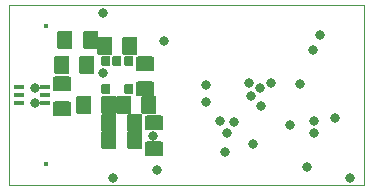
<source format=gbr>
G04 PROTEUS GERBER X2 FILE*
%TF.GenerationSoftware,Labcenter,Proteus,8.5-SP0-Build22067*%
%TF.CreationDate,2018-05-10T14:10:55+00:00*%
%TF.FileFunction,Soldermask,Bot*%
%TF.FilePolarity,Negative*%
%TF.Part,Single*%
%FSLAX45Y45*%
%MOMM*%
G01*
%TA.AperFunction,Material*%
%ADD32C,0.812800*%
%AMPPAD028*
4,1,48,
-0.190500,-0.038100,
-0.190500,0.038100,
-0.189730,0.053940,
-0.187470,0.069260,
-0.183780,0.084000,
-0.178740,0.098080,
-0.164880,0.123990,
-0.146440,0.146440,
-0.123990,0.164880,
-0.098080,0.178740,
-0.069260,0.187470,
-0.053940,0.189730,
-0.038100,0.190500,
0.038100,0.190500,
0.053940,0.189730,
0.069260,0.187470,
0.098080,0.178740,
0.123990,0.164880,
0.146440,0.146440,
0.164880,0.123990,
0.178740,0.098080,
0.183780,0.084000,
0.187470,0.069260,
0.189730,0.053940,
0.190500,0.038100,
0.190500,-0.038100,
0.189730,-0.053940,
0.187470,-0.069260,
0.183780,-0.084000,
0.178740,-0.098080,
0.164880,-0.123990,
0.146440,-0.146440,
0.123990,-0.164880,
0.098080,-0.178740,
0.069260,-0.187470,
0.053940,-0.189730,
0.038100,-0.190500,
-0.038100,-0.190500,
-0.053940,-0.189730,
-0.069260,-0.187470,
-0.098080,-0.178740,
-0.123990,-0.164880,
-0.146440,-0.146440,
-0.164880,-0.123990,
-0.178740,-0.098080,
-0.183780,-0.084000,
-0.187470,-0.069260,
-0.189730,-0.053940,
-0.190500,-0.038100,
0*%
%ADD34PPAD028*%
%AMPPAD045*
4,1,36,
-0.254000,-0.444500,
0.254000,-0.444500,
0.279970,-0.441970,
0.303980,-0.434700,
0.325580,-0.423150,
0.344290,-0.407790,
0.359650,-0.389070,
0.371200,-0.367480,
0.378470,-0.343470,
0.381000,-0.317500,
0.381000,0.317500,
0.378470,0.343470,
0.371200,0.367480,
0.359650,0.389070,
0.344290,0.407790,
0.325580,0.423150,
0.303980,0.434700,
0.279970,0.441970,
0.254000,0.444500,
-0.254000,0.444500,
-0.279970,0.441970,
-0.303980,0.434700,
-0.325580,0.423150,
-0.344290,0.407790,
-0.359650,0.389070,
-0.371200,0.367480,
-0.378470,0.343470,
-0.381000,0.317500,
-0.381000,-0.317500,
-0.378470,-0.343470,
-0.371200,-0.367480,
-0.359650,-0.389070,
-0.344290,-0.407790,
-0.325580,-0.423150,
-0.303980,-0.434700,
-0.279970,-0.441970,
-0.254000,-0.444500,
0*%
%ADD51PPAD045*%
%AMPPAD046*
4,1,36,
-0.508000,-0.762000,
0.508000,-0.762000,
0.533970,-0.759470,
0.557980,-0.752200,
0.579580,-0.740650,
0.598290,-0.725290,
0.613650,-0.706570,
0.625200,-0.684980,
0.632470,-0.660970,
0.635000,-0.635000,
0.635000,0.635000,
0.632470,0.660970,
0.625200,0.684980,
0.613650,0.706570,
0.598290,0.725290,
0.579580,0.740650,
0.557980,0.752200,
0.533970,0.759470,
0.508000,0.762000,
-0.508000,0.762000,
-0.533970,0.759470,
-0.557980,0.752200,
-0.579580,0.740650,
-0.598290,0.725290,
-0.613650,0.706570,
-0.625200,0.684980,
-0.632470,0.660970,
-0.635000,0.635000,
-0.635000,-0.635000,
-0.632470,-0.660970,
-0.625200,-0.684980,
-0.613650,-0.706570,
-0.598290,-0.725290,
-0.579580,-0.740650,
-0.557980,-0.752200,
-0.533970,-0.759470,
-0.508000,-0.762000,
0*%
%ADD52PPAD046*%
%AMPPAD047*
4,1,36,
-0.762000,0.508000,
-0.762000,-0.508000,
-0.759470,-0.533970,
-0.752200,-0.557980,
-0.740650,-0.579580,
-0.725290,-0.598290,
-0.706570,-0.613650,
-0.684980,-0.625200,
-0.660970,-0.632470,
-0.635000,-0.635000,
0.635000,-0.635000,
0.660970,-0.632470,
0.684980,-0.625200,
0.706570,-0.613650,
0.725290,-0.598290,
0.740650,-0.579580,
0.752200,-0.557980,
0.759470,-0.533970,
0.762000,-0.508000,
0.762000,0.508000,
0.759470,0.533970,
0.752200,0.557980,
0.740650,0.579580,
0.725290,0.598290,
0.706570,0.613650,
0.684980,0.625200,
0.660970,0.632470,
0.635000,0.635000,
-0.635000,0.635000,
-0.660970,0.632470,
-0.684980,0.625200,
-0.706570,0.613650,
-0.725290,0.598290,
-0.740650,0.579580,
-0.752200,0.557980,
-0.759470,0.533970,
-0.762000,0.508000,
0*%
%ADD53PPAD047*%
%AMPPAD048*
4,1,4,
0.444500,-0.203200,
0.444500,0.203200,
-0.444500,0.203200,
-0.444500,-0.203200,
0.444500,-0.203200,
0*%
%ADD54PPAD048*%
%TA.AperFunction,Profile*%
%ADD28C,0.101600*%
D32*
X-1270000Y-63500D03*
X-1270000Y+63500D03*
X+1079500Y+381000D03*
X-698500Y+190500D03*
X+1397000Y-698500D03*
X-610000Y-698500D03*
X+637672Y-88442D03*
X+335655Y-483779D03*
X-271373Y-346005D03*
X+553720Y-5080D03*
X+177800Y+88900D03*
X+1030000Y-610000D03*
X-698500Y+698500D03*
X+723900Y+104140D03*
X+352140Y-317500D03*
X-238760Y-635000D03*
X+571500Y-414020D03*
X+410000Y-230000D03*
X+1270000Y-190500D03*
X+889000Y-254000D03*
X+1143000Y+508000D03*
X+1090263Y-324591D03*
X+970000Y+90000D03*
X+1084580Y-218440D03*
X+170000Y-60000D03*
X+294488Y-221954D03*
X+635000Y+63500D03*
X+533936Y+100404D03*
X-180329Y+461239D03*
D34*
X-1180000Y-585000D03*
X-1180000Y+585000D03*
D51*
X-669880Y+290320D03*
X-575900Y+290320D03*
X-479380Y+290320D03*
X-479380Y+51560D03*
X-669880Y+51560D03*
D52*
X-1016720Y+463480D03*
X-803360Y+463480D03*
X-683360Y+413480D03*
X-470000Y+413480D03*
D53*
X-343360Y+263480D03*
X-343360Y+50120D03*
D52*
X-310000Y-86520D03*
X-523360Y-86520D03*
X-863360Y-86520D03*
X-650000Y-86520D03*
X-1043360Y+253480D03*
X-830000Y+253480D03*
D54*
X-1190000Y+65000D03*
X-1190000Y+0D03*
X-1190000Y-65000D03*
X-1410000Y-65000D03*
X-1410000Y+0D03*
X-1410000Y+65000D03*
D53*
X-1043360Y-119880D03*
X-1043360Y+93480D03*
X-270000Y-453360D03*
X-270000Y-240000D03*
D52*
X-643360Y-236520D03*
X-430000Y-236520D03*
X-643360Y-376520D03*
X-430000Y-376520D03*
D28*
X-1490000Y-760000D02*
X+1510000Y-760000D01*
X+1510000Y+760000D01*
X-1490000Y+760000D01*
X-1490000Y-760000D01*
M02*

</source>
